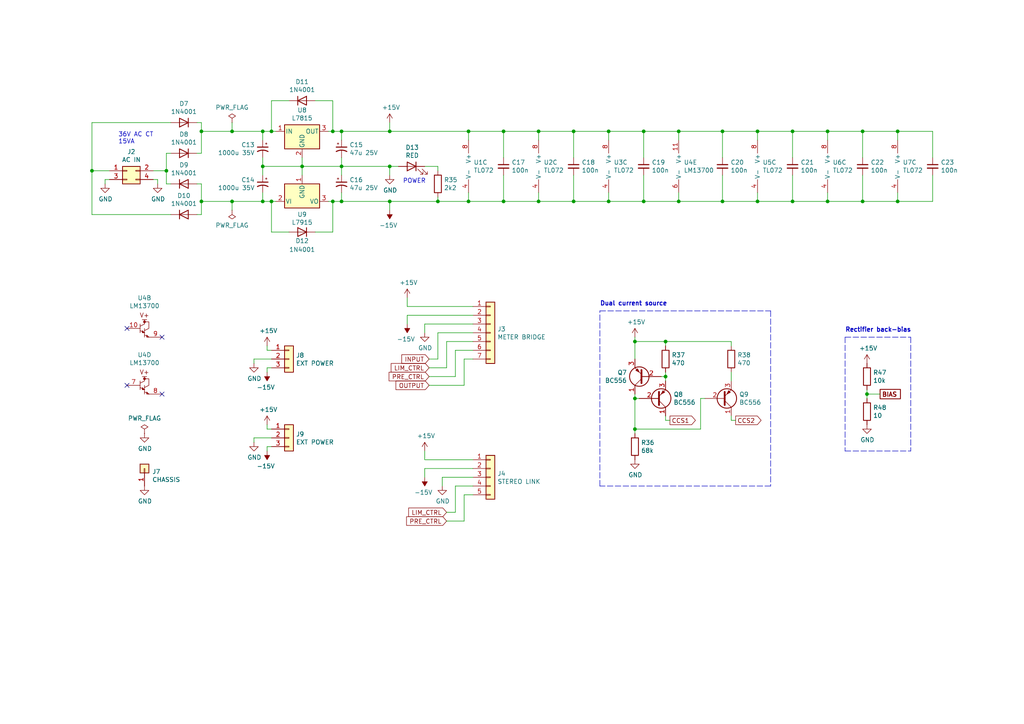
<source format=kicad_sch>
(kicad_sch (version 20211123) (generator eeschema)
  (paper "A4")
  (title_block (title "D4 Damager") (date "2021-01-08") (rev "1") (company "Copyright © 2020 Tarot Systems"))
  (lib_symbols
    (symbol "Amplifier_Operational:LM13700" (pin_names (offset 0.127))
      (property "Reference" "U" (at 3.81 5.08 0))
      (property "Value" "LM13700" (at 5.08 -5.08 0))
      (symbol "LM13700_1_1"
        (polyline (pts (xy 3.81 -0.635) (xy 3.81 -2.54) (xy 5.08 -2.54)))
        (polyline (pts (xy 5.08 0) (xy -5.08 -5.08) (xy -5.08 5.08) (xy 5.08 0)) (stroke (width 0.254)) (fill (type background)))
        (pin output line (at 7.62 0 180) (length 2.54) (name "~") (number "12"))
        (pin input line (at -7.62 2.54 0) (length 2.54) (name "-") (number "13"))
        (pin input line (at -7.62 -2.54 0) (length 2.54) (name "+") (number "14"))
        (pin input line (at -7.62 0 0) (length 2.54) (name "DIODE_BIAS") (number "15"))
        (pin input line (at 7.62 -2.54 180) (length 2.54) (name "~") (number "16"))
      )
      (symbol "LM13700_2_0"
        (polyline (pts (xy -1.905 2.54) (xy -3.175 2.54)))
      )
      (symbol "LM13700_2_1"
        (circle (center -2.54 1.905) (radius 0.254) (stroke (width 0.254)) (fill (type outline)))
        (polyline (pts (xy -3.81 -0.635) (xy -2.54 -1.27)))
        (polyline (pts (xy -3.81 1.27) (xy -3.81 -1.27)))
        (polyline (pts (xy -2.54 -1.905) (xy -1.27 -2.54)))
        (polyline (pts (xy -2.54 0) (xy -2.54 -2.54)))
        (polyline (pts (xy -3.81 0.635) (xy -2.54 1.27) (xy -2.54 1.905) (xy -2.54 2.54)))
        (polyline (pts (xy -2.54 -1.27) (xy -3.175 -0.635) (xy -3.175 -1.27) (xy -2.54 -1.27)) (fill (type outline)))
        (polyline (pts (xy -2.54 -0.635) (xy -1.27 0) (xy -1.27 1.905) (xy -2.54 1.905)))
        (polyline (pts (xy -1.27 -2.54) (xy -1.905 -1.905) (xy -1.905 -2.54) (xy -1.27 -2.54)) (fill (type outline)))
        (text "V+" (at -2.54 3.81 0) (effects (font (size 1.27 1.27))))
        (pin input line (at -7.62 0 0) (length 3.81) (name "~") (number "10"))
        (pin output line (at 2.54 -2.54 180) (length 3.81) (name "~") (number "9"))
      )
      (symbol "LM13700_3_1"
        (polyline (pts (xy 3.81 -0.635) (xy 3.81 -2.54) (xy 5.08 -2.54)))
        (polyline (pts (xy 5.08 0) (xy -5.08 -5.08) (xy -5.08 5.08) (xy 5.08 0)) (stroke (width 0.254)) (fill (type background)))
        (pin input line (at 7.62 -2.54 180) (length 2.54) (name "~") (number "1"))
        (pin input line (at -7.62 0 0) (length 2.54) (name "DIODE_BIAS") (number "2"))
        (pin input line (at -7.62 -2.54 0) (length 2.54) (name "+") (number "3"))
        (pin input line (at -7.62 2.54 0) (length 2.54) (name "-") (number "4"))
        (pin output line (at 7.62 0 180) (length 2.54) (name "~") (number "5"))
      )
      (symbol "LM13700_4_0"
        (polyline (pts (xy -3.175 2.54) (xy -1.905 2.54)))
        (text "V+" (at -2.54 3.81 0) (effects (font (size 1.27 1.27))))
      )
      (symbol "LM13700_4_1"
        (circle (center -2.54 1.905) (radius 0.254) (stroke (width 0.254)) (fill (type outline)))
        (polyline (pts (xy -3.81 -0.635) (xy -2.54 -1.27)))
        (polyline (pts (xy -3.81 1.27) (xy -3.81 -1.27)))
        (polyline (pts (xy -2.54 -1.905) (xy -1.27 -2.54)))
        (polyline (pts (xy -2.54 0) (xy -2.54 -2.54)))
        (polyline (pts (xy -3.81 0.635) (xy -2.54 1.27) (xy -2.54 2.54)))
        (polyline (pts (xy -2.54 -1.27) (xy -3.175 -0.635) (xy -3.175 -1.27) (xy -2.54 -1.27)) (fill (type outline)))
        (polyline (pts (xy -2.54 -0.635) (xy -1.27 0) (xy -1.27 1.905) (xy -2.54 1.905)))
        (polyline (pts (xy -1.27 -2.54) (xy -1.905 -1.905) (xy -1.905 -2.54) (xy -1.27 -2.54)) (fill (type outline)))
        (pin input line (at -7.62 0 0) (length 3.81) (name "~") (number "7"))
        (pin output line (at 2.54 -2.54 180) (length 3.81) (name "~") (number "8"))
      )
      (symbol "LM13700_5_1"
        (pin power_in line (at -2.54 7.62 270) (length 3.81) (name "V+") (number "11"))
        (pin power_in line (at -2.54 -7.62 90) (length 3.81) (name "V-") (number "6"))
      )
    )
    (symbol "Amplifier_Operational:TL072" (pin_names (offset 0.127))
      (property "Reference" "U" (at 0 5.08 0))
      (property "Value" "TL072" (at 0 -5.08 0))
      (symbol "TL072_1_1"
        (polyline (pts (xy -5.08 5.08) (xy 5.08 0) (xy -5.08 -5.08) (xy -5.08 5.08)) (stroke (width 0.254)) (fill (type background)))
        (pin output line (at 7.62 0 180) (length 2.54) (name "~") (number "1"))
        (pin input line (at -7.62 -2.54 0) (length 2.54) (name "-") (number "2"))
        (pin input line (at -7.62 2.54 0) (length 2.54) (name "+") (number "3"))
      )
      (symbol "TL072_2_1"
        (polyline (pts (xy -5.08 5.08) (xy 5.08 0) (xy -5.08 -5.08) (xy -5.08 5.08)) (stroke (width 0.254)) (fill (type background)))
        (pin input line (at -7.62 2.54 0) (length 2.54) (name "+") (number "5"))
        (pin input line (at -7.62 -2.54 0) (length 2.54) (name "-") (number "6"))
        (pin output line (at 7.62 0 180) (length 2.54) (name "~") (number "7"))
      )
      (symbol "TL072_3_1"
        (pin power_in line (at -2.54 -7.62 90) (length 3.81) (name "V-") (number "4"))
        (pin power_in line (at -2.54 7.62 270) (length 3.81) (name "V+") (number "8"))
      )
    )
    (symbol "Connector_Generic:Conn_01x01" (pin_names (offset 1.016) hide)
      (property "Reference" "J" (at 0 2.54 0))
      (property "Value" "Conn_01x01" (at 0 -2.54 0))
      (symbol "Conn_01x01_1_1"
        (rectangle (start -1.27 0.127) (end 0 -0.127) (stroke (width 0.1524)))
        (rectangle (start -1.27 1.27) (end 1.27 -1.27) (stroke (width 0.254)) (fill (type background)))
        (pin passive line (at -5.08 0 0) (length 3.81) (name "Pin_1") (number "1"))
      )
    )
    (symbol "Connector_Generic:Conn_01x03" (pin_names (offset 1.016) hide)
      (property "Reference" "J" (at 0 5.08 0))
      (property "Value" "Conn_01x03" (at 0 -5.08 0))
      (symbol "Conn_01x03_1_1"
        (rectangle (start -1.27 -2.413) (end 0 -2.667) (stroke (width 0.1524)))
        (rectangle (start -1.27 0.127) (end 0 -0.127) (stroke (width 0.1524)))
        (rectangle (start -1.27 2.667) (end 0 2.413) (stroke (width 0.1524)))
        (rectangle (start -1.27 3.81) (end 1.27 -3.81) (stroke (width 0.254)) (fill (type background)))
        (pin passive line (at -5.08 2.54 0) (length 3.81) (name "Pin_1") (number "1"))
        (pin passive line (at -5.08 0 0) (length 3.81) (name "Pin_2") (number "2"))
        (pin passive line (at -5.08 -2.54 0) (length 3.81) (name "Pin_3") (number "3"))
      )
    )
    (symbol "Connector_Generic:Conn_01x05" (pin_names (offset 1.016) hide)
      (property "Reference" "J" (at 0 7.62 0))
      (property "Value" "Conn_01x05" (at 0 -7.62 0))
      (symbol "Conn_01x05_1_1"
        (rectangle (start -1.27 -4.953) (end 0 -5.207) (stroke (width 0.1524)))
        (rectangle (start -1.27 -2.413) (end 0 -2.667) (stroke (width 0.1524)))
        (rectangle (start -1.27 0.127) (end 0 -0.127) (stroke (width 0.1524)))
        (rectangle (start -1.27 2.667) (end 0 2.413) (stroke (width 0.1524)))
        (rectangle (start -1.27 5.207) (end 0 4.953) (stroke (width 0.1524)))
        (rectangle (start -1.27 6.35) (end 1.27 -6.35) (stroke (width 0.254)) (fill (type background)))
        (pin passive line (at -5.08 5.08 0) (length 3.81) (name "Pin_1") (number "1"))
        (pin passive line (at -5.08 2.54 0) (length 3.81) (name "Pin_2") (number "2"))
        (pin passive line (at -5.08 0 0) (length 3.81) (name "Pin_3") (number "3"))
        (pin passive line (at -5.08 -2.54 0) (length 3.81) (name "Pin_4") (number "4"))
        (pin passive line (at -5.08 -5.08 0) (length 3.81) (name "Pin_5") (number "5"))
      )
    )
    (symbol "Connector_Generic:Conn_01x07" (pin_names (offset 1.016) hide)
      (property "Reference" "J" (at 0 10.16 0))
      (property "Value" "Conn_01x07" (at 0 -10.16 0))
      (symbol "Conn_01x07_1_1"
        (rectangle (start -1.27 -7.493) (end 0 -7.747) (stroke (width 0.1524)))
        (rectangle (start -1.27 -4.953) (end 0 -5.207) (stroke (width 0.1524)))
        (rectangle (start -1.27 -2.413) (end 0 -2.667) (stroke (width 0.1524)))
        (rectangle (start -1.27 0.127) (end 0 -0.127) (stroke (width 0.1524)))
        (rectangle (start -1.27 2.667) (end 0 2.413) (stroke (width 0.1524)))
        (rectangle (start -1.27 5.207) (end 0 4.953) (stroke (width 0.1524)))
        (rectangle (start -1.27 7.747) (end 0 7.493) (stroke (width 0.1524)))
        (rectangle (start -1.27 8.89) (end 1.27 -8.89) (stroke (width 0.254)) (fill (type background)))
        (pin passive line (at -5.08 7.62 0) (length 3.81) (name "Pin_1") (number "1"))
        (pin passive line (at -5.08 5.08 0) (length 3.81) (name "Pin_2") (number "2"))
        (pin passive line (at -5.08 2.54 0) (length 3.81) (name "Pin_3") (number "3"))
        (pin passive line (at -5.08 0 0) (length 3.81) (name "Pin_4") (number "4"))
        (pin passive line (at -5.08 -2.54 0) (length 3.81) (name "Pin_5") (number "5"))
        (pin passive line (at -5.08 -5.08 0) (length 3.81) (name "Pin_6") (number "6"))
        (pin passive line (at -5.08 -7.62 0) (length 3.81) (name "Pin_7") (number "7"))
      )
    )
    (symbol "Connector_Generic:Conn_02x02_Odd_Even" (pin_names (offset 1.016) hide)
      (property "Reference" "J" (at 1.27 2.54 0))
      (property "Value" "Conn_02x02_Odd_Even" (at 1.27 -5.08 0))
      (symbol "Conn_02x02_Odd_Even_1_1"
        (rectangle (start -1.27 -2.413) (end 0 -2.667) (stroke (width 0.1524)))
        (rectangle (start -1.27 0.127) (end 0 -0.127) (stroke (width 0.1524)))
        (rectangle (start -1.27 1.27) (end 3.81 -3.81) (stroke (width 0.254)) (fill (type background)))
        (rectangle (start 3.81 -2.413) (end 2.54 -2.667) (stroke (width 0.1524)))
        (rectangle (start 3.81 0.127) (end 2.54 -0.127) (stroke (width 0.1524)))
        (pin passive line (at -5.08 0 0) (length 3.81) (name "Pin_1") (number "1"))
        (pin passive line (at 7.62 0 180) (length 3.81) (name "Pin_2") (number "2"))
        (pin passive line (at -5.08 -2.54 0) (length 3.81) (name "Pin_3") (number "3"))
        (pin passive line (at 7.62 -2.54 180) (length 3.81) (name "Pin_4") (number "4"))
      )
    )
    (symbol "Device:C_Small" (pin_numbers hide) (pin_names (offset 0.254) hide)
      (property "Reference" "C" (at 0.254 1.778 0))
      (property "Value" "C_Small" (at 0.254 -2.032 0))
      (symbol "C_Small_0_1"
        (polyline (pts (xy -1.524 -0.508) (xy 1.524 -0.508)) (stroke (width 0.3302)))
        (polyline (pts (xy -1.524 0.508) (xy 1.524 0.508)) (stroke (width 0.3048)))
      )
      (symbol "C_Small_1_1"
        (pin passive line (at 0 2.54 270) (length 2.032) (name "~") (number "1"))
        (pin passive line (at 0 -2.54 90) (length 2.032) (name "~") (number "2"))
      )
    )
    (symbol "Device:LED" (pin_numbers hide) (pin_names (offset 1.016) hide)
      (property "Reference" "D" (at 0 2.54 0))
      (property "Value" "LED" (at 0 -2.54 0))
      (symbol "LED_0_1"
        (polyline (pts (xy -1.27 -1.27) (xy -1.27 1.27)) (stroke (width 0.254)))
        (polyline (pts (xy -1.27 0) (xy 1.27 0)))
        (polyline (pts (xy 1.27 -1.27) (xy 1.27 1.27) (xy -1.27 0) (xy 1.27 -1.27)) (stroke (width 0.254)))
        (polyline (pts (xy -3.048 -0.762) (xy -4.572 -2.286) (xy -3.81 -2.286) (xy -4.572 -2.286) (xy -4.572 -1.524)))
        (polyline (pts (xy -1.778 -0.762) (xy -3.302 -2.286) (xy -2.54 -2.286) (xy -3.302 -2.286) (xy -3.302 -1.524)))
      )
      (symbol "LED_1_1"
        (pin passive line (at -3.81 0 0) (length 2.54) (name "K") (number "1"))
        (pin passive line (at 3.81 0 180) (length 2.54) (name "A") (number "2"))
      )
    )
    (symbol "Device:R" (pin_numbers hide) (pin_names (offset 0))
      (property "Reference" "R" (at 2.032 0 90))
      (property "Value" "R" (at 0 0 90))
      (symbol "R_0_1"
        (rectangle (start -1.016 -2.54) (end 1.016 2.54) (stroke (width 0.254)))
      )
      (symbol "R_1_1"
        (pin passive line (at 0 3.81 270) (length 1.27) (name "~") (number "1"))
        (pin passive line (at 0 -3.81 90) (length 1.27) (name "~") (number "2"))
      )
    )
    (symbol "Diode:1N4001" (pin_numbers hide) (pin_names (offset 1.016) hide)
      (property "Reference" "D" (at 0 2.54 0))
      (property "Value" "1N4001" (at 0 -2.54 0))
      (symbol "1N4001_0_1"
        (polyline (pts (xy -1.27 1.27) (xy -1.27 -1.27)) (stroke (width 0.254)))
        (polyline (pts (xy 1.27 0) (xy -1.27 0)))
        (polyline (pts (xy 1.27 1.27) (xy 1.27 -1.27) (xy -1.27 0) (xy 1.27 1.27)) (stroke (width 0.254)))
      )
      (symbol "1N4001_1_1"
        (pin passive line (at -3.81 0 0) (length 2.54) (name "K") (number "1"))
        (pin passive line (at 3.81 0 180) (length 2.54) (name "A") (number "2"))
      )
    )
    (symbol "Regulator_Linear:L7815" (pin_names (offset 0.254))
      (property "Reference" "U" (at -3.81 3.175 0))
      (property "Value" "L7815" (at 0 3.175 0))
      (symbol "L7815_0_1"
        (rectangle (start -5.08 1.905) (end 5.08 -5.08) (stroke (width 0.254)) (fill (type background)))
      )
      (symbol "L7815_1_1"
        (pin power_in line (at -7.62 0 0) (length 2.54) (name "IN") (number "1"))
        (pin power_in line (at 0 -7.62 90) (length 2.54) (name "GND") (number "2"))
        (pin power_out line (at 7.62 0 180) (length 2.54) (name "OUT") (number "3"))
      )
    )
    (symbol "Regulator_Linear:L7915" (pin_names (offset 0.254))
      (property "Reference" "U" (at -3.81 -3.175 0))
      (property "Value" "L7915" (at 0 -3.175 0))
      (symbol "L7915_0_1"
        (rectangle (start -5.08 5.08) (end 5.08 -1.905) (stroke (width 0.254)) (fill (type background)))
      )
      (symbol "L7915_1_1"
        (pin power_in line (at 0 7.62 270) (length 2.54) (name "GND") (number "1"))
        (pin power_in line (at -7.62 0 0) (length 2.54) (name "VI") (number "2"))
        (pin power_out line (at 7.62 0 180) (length 2.54) (name "VO") (number "3"))
      )
    )
    (symbol "Transistor_BJT:BC556" (pin_names (offset 0) hide)
      (property "Reference" "Q" (at 5.08 1.905 0))
      (property "Value" "BC556" (at 5.08 0 0))
      (symbol "BC556_0_1"
        (polyline (pts (xy 0.635 0.635) (xy 2.54 2.54)))
        (polyline (pts (xy 0.635 -0.635) (xy 2.54 -2.54) (xy 2.54 -2.54)))
        (polyline (pts (xy 0.635 1.905) (xy 0.635 -1.905) (xy 0.635 -1.905)) (stroke (width 0.508)))
        (polyline (pts (xy 2.286 -1.778) (xy 1.778 -2.286) (xy 1.27 -1.27) (xy 2.286 -1.778) (xy 2.286 -1.778)) (fill (type outline)))
        (circle (center 1.27 0) (radius 2.8194) (stroke (width 0.254)))
      )
      (symbol "BC556_1_1"
        (pin passive line (at 2.54 5.08 270) (length 2.54) (name "C") (number "1"))
        (pin input line (at -5.08 0 0) (length 5.715) (name "B") (number "2"))
        (pin passive line (at 2.54 -5.08 90) (length 2.54) (name "E") (number "3"))
      )
    )
    (symbol "amproc-rescue:CP1_Small-Device" (pin_numbers hide) (pin_names (offset 0.254) hide)
      (property "Reference" "C" (at 0.254 1.778 0))
      (property "Value" "CP1_Small-Device" (at 0.254 -2.032 0))
      (symbol "CP1_Small-Device_0_1"
        (polyline (pts (xy -1.524 0.508) (xy 1.524 0.508)) (stroke (width 0.3048)))
        (polyline (pts (xy -1.27 1.524) (xy -0.762 1.524)))
        (polyline (pts (xy -1.016 1.27) (xy -1.016 1.778)))
        (arc (start 1.524 -0.762) (mid 0 -0.3734) (end -1.524 -0.762) (stroke (width 0.3048)))
      )
      (symbol "CP1_Small-Device_1_1"
        (pin passive line (at 0 2.54 270) (length 2.032) (name "~") (number "1"))
        (pin passive line (at 0 -2.54 90) (length 2.032) (name "~") (number "2"))
      )
    )
    (symbol "power:+15V" (power) (pin_names (offset 0))
      (property "Value" "+15V" (at 0 3.556 0))
      (symbol "+15V_0_1"
        (polyline (pts (xy -0.762 1.27) (xy 0 2.54)))
        (polyline (pts (xy 0 0) (xy 0 2.54)))
        (polyline (pts (xy 0 2.54) (xy 0.762 1.27)))
      )
      (symbol "+15V_1_1"
        (pin power_in line (at 0 0 90) (length 0) hide (name "+15V") (number "1"))
      )
    )
    (symbol "power:-15V" (power) (pin_names (offset 0))
      (property "Value" "-15V" (at 0 3.81 0))
      (symbol "-15V_0_0"
        (pin power_in line (at 0 0 90) (length 0) hide (name "-15V") (number "1"))
      )
      (symbol "-15V_0_1"
        (polyline (pts (xy 0 0) (xy 0 1.27) (xy 0.762 1.27) (xy 0 2.54) (xy -0.762 1.27) (xy 0 1.27)) (fill (type outline)))
      )
    )
    (symbol "power:GND" (power) (pin_names (offset 0))
      (property "Value" "GND" (at 0 -3.81 0))
      (symbol "GND_0_1"
        (polyline (pts (xy 0 0) (xy 0 -1.27) (xy 1.27 -1.27) (xy 0 -2.54) (xy -1.27 -1.27) (xy 0 -1.27)))
      )
      (symbol "GND_1_1"
        (pin power_in line (at 0 0 270) (length 0) hide (name "GND") (number "1"))
      )
    )
    (symbol "power:PWR_FLAG" (power) (pin_numbers hide) (pin_names (offset 0) hide)
      (property "Value" "PWR_FLAG" (at 0 3.81 0))
      (symbol "PWR_FLAG_0_0"
        (pin power_out line (at 0 0 90) (length 0) (name "pwr") (number "1"))
      )
      (symbol "PWR_FLAG_0_1"
        (polyline (pts (xy 0 0) (xy 0 1.27) (xy -1.016 1.905) (xy 0 2.54) (xy 1.016 1.905) (xy 0 1.27)))
      )
    )
  )
  (junction (at 166.37 38.1))
  (junction (at 96.52 38.1))
  (junction (at 58.42 38.1))
  (junction (at 250.19 58.42))
  (junction (at 184.15 99.06))
  (junction (at 113.03 38.1))
  (junction (at 48.26 49.53))
  (junction (at 240.03 38.1))
  (junction (at 193.04 109.22))
  (junction (at 67.31 58.42))
  (junction (at 229.87 58.42))
  (junction (at 250.19 38.1))
  (junction (at 260.35 38.1))
  (junction (at 87.63 48.26))
  (junction (at 113.03 58.42))
  (junction (at 99.06 38.1))
  (junction (at 76.2 58.42))
  (junction (at 156.21 38.1))
  (junction (at 78.74 58.42))
  (junction (at 176.53 38.1))
  (junction (at 166.37 58.42))
  (junction (at 176.53 58.42))
  (junction (at 186.69 58.42))
  (junction (at 67.31 38.1))
  (junction (at 99.06 58.42))
  (junction (at 58.42 58.42))
  (junction (at 76.2 38.1))
  (junction (at 127 58.42))
  (junction (at 196.85 58.42))
  (junction (at 146.05 58.42))
  (junction (at 184.15 115.57))
  (junction (at 135.89 38.1))
  (junction (at 76.2 48.26))
  (junction (at 209.55 58.42))
  (junction (at 219.71 38.1))
  (junction (at 219.71 58.42))
  (junction (at 156.21 58.42))
  (junction (at 78.74 38.1))
  (junction (at 135.89 58.42))
  (junction (at 229.87 38.1))
  (junction (at 260.35 58.42))
  (junction (at 184.15 124.46))
  (junction (at 99.06 48.26))
  (junction (at 26.67 49.53))
  (junction (at 251.46 114.3))
  (junction (at 186.69 38.1))
  (junction (at 96.52 58.42))
  (junction (at 196.85 38.1))
  (junction (at 240.03 58.42))
  (junction (at 209.55 38.1))
  (junction (at 193.04 99.06))
  (junction (at 113.03 48.26))
  (junction (at 146.05 38.1))
  (no_connect (at 46.99 97.79))
  (no_connect (at 46.99 114.3))
  (no_connect (at 36.83 95.25))
  (no_connect (at 36.83 111.76))
  (wire (pts (xy 146.05 58.42) (xy 156.21 58.42)))
  (wire (pts (xy 196.85 38.1) (xy 196.85 40.64)))
  (wire (pts (xy 184.15 115.57) (xy 184.15 114.3)))
  (wire (pts (xy 250.19 58.42) (xy 240.03 58.42)))
  (wire (pts (xy 137.16 104.14) (xy 134.62 104.14)))
  (wire (pts (xy 166.37 50.8) (xy 166.37 58.42)))
  (wire (pts (xy 113.03 38.1) (xy 99.06 38.1)))
  (wire (pts (xy 76.2 38.1) (xy 67.31 38.1)))
  (wire (pts (xy 212.09 110.49) (xy 212.09 107.95)))
  (wire (pts (xy 26.67 62.23) (xy 26.67 49.53)))
  (wire (pts (xy 229.87 50.8) (xy 229.87 58.42)))
  (wire (pts (xy 127 96.52) (xy 137.16 96.52)))
  (wire (pts (xy 78.74 67.31) (xy 78.74 58.42)))
  (wire (pts (xy 78.74 58.42) (xy 76.2 58.42)))
  (wire (pts (xy 270.51 38.1) (xy 270.51 45.72)))
  (polyline (pts (xy 264.16 97.79) (xy 264.16 130.81)))
  (wire (pts (xy 78.74 38.1) (xy 76.2 38.1)))
  (wire (pts (xy 44.45 52.07) (xy 45.72 52.07)))
  (wire (pts (xy 146.05 38.1) (xy 156.21 38.1)))
  (wire (pts (xy 91.44 67.31) (xy 96.52 67.31)))
  (wire (pts (xy 96.52 58.42) (xy 99.06 58.42)))
  (wire (pts (xy 204.47 115.57) (xy 203.2 115.57)))
  (wire (pts (xy 191.77 109.22) (xy 193.04 109.22)))
  (wire (pts (xy 176.53 58.42) (xy 176.53 55.88)))
  (wire (pts (xy 255.27 114.3) (xy 251.46 114.3)))
  (wire (pts (xy 124.46 104.14) (xy 127 104.14)))
  (wire (pts (xy 193.04 99.06) (xy 212.09 99.06)))
  (wire (pts (xy 270.51 58.42) (xy 260.35 58.42)))
  (polyline (pts (xy 245.11 97.79) (xy 264.16 97.79)))
  (wire (pts (xy 250.19 38.1) (xy 250.19 45.72)))
  (wire (pts (xy 26.67 62.23) (xy 49.53 62.23)))
  (wire (pts (xy 76.2 58.42) (xy 67.31 58.42)))
  (wire (pts (xy 76.2 48.26) (xy 87.63 48.26)))
  (wire (pts (xy 186.69 58.42) (xy 176.53 58.42)))
  (polyline (pts (xy 223.52 140.97) (xy 173.99 140.97)))
  (wire (pts (xy 96.52 67.31) (xy 96.52 58.42)))
  (wire (pts (xy 260.35 38.1) (xy 270.51 38.1)))
  (wire (pts (xy 76.2 45.72) (xy 76.2 48.26)))
  (wire (pts (xy 77.47 100.33) (xy 77.47 101.6)))
  (wire (pts (xy 67.31 58.42) (xy 58.42 58.42)))
  (wire (pts (xy 76.2 38.1) (xy 76.2 40.64)))
  (wire (pts (xy 48.26 44.45) (xy 49.53 44.45)))
  (wire (pts (xy 251.46 114.3) (xy 251.46 113.03)))
  (polyline (pts (xy 245.11 97.79) (xy 245.11 130.81)))
  (wire (pts (xy 132.08 101.6) (xy 132.08 109.22)))
  (wire (pts (xy 137.16 140.97) (xy 132.08 140.97)))
  (wire (pts (xy 95.25 38.1) (xy 96.52 38.1)))
  (wire (pts (xy 213.36 121.92) (xy 212.09 121.92)))
  (wire (pts (xy 99.06 58.42) (xy 113.03 58.42)))
  (wire (pts (xy 260.35 58.42) (xy 250.19 58.42)))
  (wire (pts (xy 115.57 48.26) (xy 113.03 48.26)))
  (wire (pts (xy 77.47 106.68) (xy 77.47 107.95)))
  (wire (pts (xy 137.16 133.35) (xy 123.19 133.35)))
  (wire (pts (xy 99.06 48.26) (xy 87.63 48.26)))
  (wire (pts (xy 58.42 35.56) (xy 58.42 38.1)))
  (wire (pts (xy 156.21 40.64) (xy 156.21 38.1)))
  (wire (pts (xy 240.03 40.64) (xy 240.03 38.1)))
  (wire (pts (xy 240.03 58.42) (xy 240.03 55.88)))
  (wire (pts (xy 196.85 38.1) (xy 209.55 38.1)))
  (wire (pts (xy 73.66 127) (xy 73.66 128.27)))
  (wire (pts (xy 67.31 35.56) (xy 67.31 38.1)))
  (wire (pts (xy 219.71 38.1) (xy 229.87 38.1)))
  (wire (pts (xy 184.15 115.57) (xy 184.15 124.46)))
  (wire (pts (xy 67.31 60.96) (xy 67.31 58.42)))
  (wire (pts (xy 186.69 50.8) (xy 186.69 58.42)))
  (wire (pts (xy 203.2 115.57) (xy 203.2 124.46)))
  (wire (pts (xy 250.19 38.1) (xy 260.35 38.1)))
  (wire (pts (xy 129.54 99.06) (xy 129.54 106.68)))
  (wire (pts (xy 113.03 38.1) (xy 135.89 38.1)))
  (wire (pts (xy 78.74 29.21) (xy 78.74 38.1)))
  (wire (pts (xy 193.04 109.22) (xy 193.04 110.49)))
  (wire (pts (xy 127 58.42) (xy 135.89 58.42)))
  (wire (pts (xy 96.52 29.21) (xy 96.52 38.1)))
  (wire (pts (xy 209.55 50.8) (xy 209.55 58.42)))
  (wire (pts (xy 132.08 140.97) (xy 132.08 148.59)))
  (wire (pts (xy 193.04 121.92) (xy 193.04 120.65)))
  (wire (pts (xy 99.06 38.1) (xy 99.06 40.64)))
  (wire (pts (xy 58.42 62.23) (xy 57.15 62.23)))
  (wire (pts (xy 91.44 29.21) (xy 96.52 29.21)))
  (wire (pts (xy 176.53 58.42) (xy 166.37 58.42)))
  (wire (pts (xy 124.46 106.68) (xy 129.54 106.68)))
  (wire (pts (xy 176.53 38.1) (xy 186.69 38.1)))
  (wire (pts (xy 77.47 124.46) (xy 78.74 124.46)))
  (wire (pts (xy 240.03 38.1) (xy 229.87 38.1)))
  (wire (pts (xy 118.11 88.9) (xy 137.16 88.9)))
  (wire (pts (xy 96.52 38.1) (xy 99.06 38.1)))
  (wire (pts (xy 77.47 123.19) (xy 77.47 124.46)))
  (wire (pts (xy 193.04 100.33) (xy 193.04 99.06)))
  (wire (pts (xy 78.74 104.14) (xy 73.66 104.14)))
  (wire (pts (xy 99.06 58.42) (xy 99.06 55.88)))
  (wire (pts (xy 58.42 53.34) (xy 58.42 58.42)))
  (wire (pts (xy 44.45 49.53) (xy 48.26 49.53)))
  (wire (pts (xy 129.54 99.06) (xy 137.16 99.06)))
  (wire (pts (xy 58.42 38.1) (xy 58.42 44.45)))
  (wire (pts (xy 240.03 38.1) (xy 250.19 38.1)))
  (wire (pts (xy 87.63 48.26) (xy 87.63 50.8)))
  (polyline (pts (xy 223.52 90.17) (xy 223.52 140.97)))
  (wire (pts (xy 123.19 93.98) (xy 137.16 93.98)))
  (wire (pts (xy 212.09 121.92) (xy 212.09 120.65)))
  (wire (pts (xy 127 57.15) (xy 127 58.42)))
  (wire (pts (xy 26.67 49.53) (xy 26.67 35.56)))
  (wire (pts (xy 250.19 50.8) (xy 250.19 58.42)))
  (wire (pts (xy 99.06 45.72) (xy 99.06 48.26)))
  (wire (pts (xy 134.62 143.51) (xy 134.62 151.13)))
  (wire (pts (xy 124.46 109.22) (xy 132.08 109.22)))
  (wire (pts (xy 31.75 49.53) (xy 26.67 49.53)))
  (wire (pts (xy 123.19 133.35) (xy 123.19 130.81)))
  (wire (pts (xy 128.27 138.43) (xy 137.16 138.43)))
  (wire (pts (xy 219.71 40.64) (xy 219.71 38.1)))
  (wire (pts (xy 135.89 58.42) (xy 135.89 55.88)))
  (wire (pts (xy 78.74 106.68) (xy 77.47 106.68)))
  (wire (pts (xy 113.03 58.42) (xy 127 58.42)))
  (wire (pts (xy 137.16 143.51) (xy 134.62 143.51)))
  (wire (pts (xy 45.72 52.07) (xy 45.72 53.34)))
  (wire (pts (xy 186.69 58.42) (xy 196.85 58.42)))
  (wire (pts (xy 99.06 48.26) (xy 113.03 48.26)))
  (wire (pts (xy 78.74 38.1) (xy 80.01 38.1)))
  (wire (pts (xy 134.62 104.14) (xy 134.62 111.76)))
  (wire (pts (xy 132.08 101.6) (xy 137.16 101.6)))
  (wire (pts (xy 26.67 35.56) (xy 49.53 35.56)))
  (wire (pts (xy 78.74 58.42) (xy 80.01 58.42)))
  (wire (pts (xy 58.42 58.42) (xy 58.42 62.23)))
  (wire (pts (xy 184.15 124.46) (xy 184.15 125.73)))
  (wire (pts (xy 77.47 129.54) (xy 77.47 130.81)))
  (wire (pts (xy 83.82 67.31) (xy 78.74 67.31)))
  (wire (pts (xy 30.48 52.07) (xy 31.75 52.07)))
  (wire (pts (xy 196.85 58.42) (xy 196.85 55.88)))
  (wire (pts (xy 186.69 38.1) (xy 186.69 45.72)))
  (wire (pts (xy 219.71 38.1) (xy 209.55 38.1)))
  (wire (pts (xy 212.09 99.06) (xy 212.09 100.33)))
  (wire (pts (xy 113.03 48.26) (xy 113.03 50.8)))
  (wire (pts (xy 48.26 53.34) (xy 48.26 49.53)))
  (wire (pts (xy 48.26 49.53) (xy 48.26 44.45)))
  (wire (pts (xy 196.85 58.42) (xy 209.55 58.42)))
  (wire (pts (xy 118.11 93.98) (xy 118.11 91.44)))
  (polyline (pts (xy 173.99 90.17) (xy 223.52 90.17)))
  (wire (pts (xy 113.03 60.96) (xy 113.03 58.42)))
  (wire (pts (xy 67.31 38.1) (xy 58.42 38.1)))
  (wire (pts (xy 49.53 53.34) (xy 48.26 53.34)))
  (wire (pts (xy 270.51 50.8) (xy 270.51 58.42)))
  (wire (pts (xy 203.2 124.46) (xy 184.15 124.46)))
  (wire (pts (xy 135.89 40.64) (xy 135.89 38.1)))
  (wire (pts (xy 184.15 99.06) (xy 184.15 104.14)))
  (wire (pts (xy 196.85 38.1) (xy 186.69 38.1)))
  (wire (pts (xy 260.35 58.42) (xy 260.35 55.88)))
  (wire (pts (xy 184.15 99.06) (xy 193.04 99.06)))
  (wire (pts (xy 209.55 38.1) (xy 209.55 45.72)))
  (wire (pts (xy 194.31 121.92) (xy 193.04 121.92)))
  (wire (pts (xy 135.89 38.1) (xy 146.05 38.1)))
  (wire (pts (xy 240.03 58.42) (xy 229.87 58.42)))
  (wire (pts (xy 127 96.52) (xy 127 104.14)))
  (wire (pts (xy 123.19 48.26) (xy 127 48.26)))
  (wire (pts (xy 118.11 91.44) (xy 137.16 91.44)))
  (wire (pts (xy 78.74 127) (xy 73.66 127)))
  (wire (pts (xy 166.37 38.1) (xy 166.37 45.72)))
  (polyline (pts (xy 173.99 140.97) (xy 173.99 90.17)))
  (wire (pts (xy 113.03 35.56) (xy 113.03 38.1)))
  (wire (pts (xy 166.37 38.1) (xy 176.53 38.1)))
  (wire (pts (xy 87.63 48.26) (xy 87.63 45.72)))
  (wire (pts (xy 57.15 53.34) (xy 58.42 53.34)))
  (wire (pts (xy 123.19 138.43) (xy 123.19 135.89)))
  (wire (pts (xy 124.46 111.76) (xy 134.62 111.76)))
  (wire (pts (xy 156.21 38.1) (xy 166.37 38.1)))
  (wire (pts (xy 146.05 50.8) (xy 146.05 58.42)))
  (wire (pts (xy 135.89 58.42) (xy 146.05 58.42)))
  (wire (pts (xy 128.27 140.97) (xy 128.27 138.43)))
  (wire (pts (xy 184.15 97.79) (xy 184.15 99.06)))
  (wire (pts (xy 146.05 38.1) (xy 146.05 45.72)))
  (wire (pts (xy 219.71 58.42) (xy 209.55 58.42)))
  (wire (pts (xy 123.19 135.89) (xy 137.16 135.89)))
  (wire (pts (xy 229.87 38.1) (xy 229.87 45.72)))
  (wire (pts (xy 118.11 86.36) (xy 118.11 88.9)))
  (wire (pts (xy 78.74 129.54) (xy 77.47 129.54)))
  (wire (pts (xy 176.53 40.64) (xy 176.53 38.1)))
  (wire (pts (xy 132.08 148.59) (xy 129.54 148.59)))
  (wire (pts (xy 73.66 104.14) (xy 73.66 105.41)))
  (wire (pts (xy 76.2 58.42) (xy 76.2 55.88)))
  (wire (pts (xy 30.48 53.34) (xy 30.48 52.07)))
  (wire (pts (xy 156.21 58.42) (xy 156.21 55.88)))
  (wire (pts (xy 251.46 114.3) (xy 251.46 115.57)))
  (wire (pts (xy 77.47 101.6) (xy 78.74 101.6)))
  (wire (pts (xy 185.42 115.57) (xy 184.15 115.57)))
  (wire (pts (xy 260.35 40.64) (xy 260.35 38.1)))
  (wire (pts (xy 127 48.26) (xy 127 49.53)))
  (wire (pts (xy 219.71 58.42) (xy 219.71 55.88)))
  (wire (pts (xy 229.87 58.42) (xy 219.71 58.42)))
  (wire (pts (xy 95.25 58.42) (xy 96.52 58.42)))
  (wire (pts (xy 129.54 151.13) (xy 134.62 151.13)))
  (wire (pts (xy 57.15 44.45) (xy 58.42 44.45)))
  (wire (pts (xy 193.04 107.95) (xy 193.04 109.22)))
  (wire (pts (xy 76.2 48.26) (xy 76.2 50.8)))
  (wire (pts (xy 58.42 35.56) (xy 57.15 35.56)))
  (wire (pts (xy 166.37 58.42) (xy 156.21 58.42)))
  (wire (pts (xy 99.06 48.26) (xy 99.06 50.8)))
  (wire (pts (xy 123.19 93.98) (xy 123.19 96.52)))
  (wire (pts (xy 83.82 29.21) (xy 78.74 29.21)))
  (polyline (pts (xy 245.11 130.81) (xy 264.16 130.81)))
  (text "Dual current source" (at 173.99 88.9 0) (effects (font (size 1.27 1.27) (thickness 0.254) bold) (justify left bottom)))
  (text "Rectifier back-bias" (at 245.11 96.52 0) (effects (font (size 1.27 1.27) (thickness 0.254) bold) (justify left bottom)))
  (text "POWER" (at 116.84 53.34 0) (effects (font (size 1.27 1.27)) (justify left bottom)))
  (text "36V AC CT\n15VA" (at 34.29 41.91 0) (effects (font (size 1.27 1.27)) (justify left bottom)))
  (global_label "LIM_CTRL" (shape input) (at 129.54 148.59 180) (property "Intersheet References" "${INTERSHEET_REFS}" (effects hide)))
  (global_label "OUTPUT" (shape input) (at 124.46 111.76 180) (property "Intersheet References" "${INTERSHEET_REFS}" (effects hide)))
  (global_label "CCS1" (shape output) (at 194.31 121.92 0) (property "Intersheet References" "${INTERSHEET_REFS}" (effects hide)))
  (global_label "PRE_CTRL" (shape input) (at 124.46 109.22 180) (property "Intersheet References" "${INTERSHEET_REFS}" (effects hide)))
  (global_label "INPUT" (shape input) (at 124.46 104.14 180) (property "Intersheet References" "${INTERSHEET_REFS}" (effects hide)))
  (global_label "BIAS" (shape passive) (at 255.27 114.3 0) (effects (font (thickness 0.254) bold)) (property "Intersheet References" "${INTERSHEET_REFS}" (effects hide)))
  (global_label "CCS2" (shape output) (at 213.36 121.92 0) (property "Intersheet References" "${INTERSHEET_REFS}" (effects hide)))
  (global_label "LIM_CTRL" (shape input) (at 124.46 106.68 180) (property "Intersheet References" "${INTERSHEET_REFS}" (effects hide)))
  (global_label "PRE_CTRL" (shape input) (at 129.54 151.13 180) (property "Intersheet References" "${INTERSHEET_REFS}" (effects hide)))
  (symbol (lib_id "power:+15V") (at 251.46 105.41 0) (unit 1)
    (property "Reference" "#PWR05" (effects hide))
    (property "Value" "+15V" (at 251.841 101.0158 0))
  )
  (symbol (lib_id "Device:R") (at 251.46 109.22 0) (unit 1)
    (property "Reference" "R47" (at 253.238 108.0516 0) (effects (justify left)))
    (property "Value" "10k" (at 253.238 110.363 0) (effects (justify left)))
    (property "Footprint" "amproc:R_Axial_DIN0207_L6.3mm_D2.5mm_P7.62mm_Horizontal_FabText" (effects hide))
  )
  (symbol (lib_id "Device:R") (at 251.46 119.38 0) (unit 1)
    (property "Reference" "R48" (at 253.238 118.2116 0) (effects (justify left)))
    (property "Value" "10" (at 253.238 120.523 0) (effects (justify left)))
    (property "Footprint" "amproc:R_Axial_DIN0207_L6.3mm_D2.5mm_P7.62mm_Horizontal_FabText" (effects hide))
  )
  (symbol (lib_id "power:GND") (at 251.46 123.19 0) (unit 1)
    (property "Reference" "#PWR07" (effects hide))
    (property "Value" "GND" (at 251.587 127.5842 0))
  )
  (symbol (lib_id "Connector_Generic:Conn_02x02_Odd_Even") (at 36.83 49.53 0) (unit 1)
    (property "Reference" "J2" (at 38.1 44.0182 0))
    (property "Value" "AC IN" (at 38.1 46.3296 0))
    (property "Footprint" "amproc:39-28-1043" (effects hide))
  )
  (symbol (lib_id "power:GND") (at 45.72 53.34 0) (unit 1)
    (property "Reference" "#PWR0104" (effects hide))
    (property "Value" "GND" (at 45.847 57.7342 0))
  )
  (symbol (lib_id "power:GND") (at 30.48 53.34 0) (unit 1)
    (property "Reference" "#PWR0105" (effects hide))
    (property "Value" "GND" (at 30.607 57.7342 0))
  )
  (symbol (lib_id "Amplifier_Operational:LM13700") (at 44.45 95.25 0) (unit 2)
    (property "Reference" "U4" (at 41.91 86.4108 0))
    (property "Value" "LM13700" (at 41.91 88.7222 0))
    (property "Footprint" "Housings_DIP:DIP-16_W7.62mm_LongPads" (effects hide))
    (property "Datasheet" "http://www.ti.com/lit/ds/symlink/lm13700.pdf" (effects hide))
  )
  (symbol (lib_id "Amplifier_Operational:LM13700") (at 44.45 111.76 0) (unit 4)
    (property "Reference" "U4" (at 41.91 102.9208 0))
    (property "Value" "LM13700" (at 41.91 105.2322 0))
    (property "Footprint" "Housings_DIP:DIP-16_W7.62mm_LongPads" (effects hide))
    (property "Datasheet" "http://www.ti.com/lit/ds/symlink/lm13700.pdf" (effects hide))
  )
  (symbol (lib_id "power:PWR_FLAG") (at 67.31 60.96 180) (unit 1)
    (property "Reference" "#FLG0101" (effects hide))
    (property "Value" "PWR_FLAG" (at 67.31 65.3542 0))
  )
  (symbol (lib_id "power:PWR_FLAG") (at 67.31 35.56 0) (unit 1)
    (property "Reference" "#FLG0102" (effects hide))
    (property "Value" "PWR_FLAG" (at 67.31 31.1658 0))
  )
  (symbol (lib_id "power:PWR_FLAG") (at 41.91 125.73 0) (unit 1)
    (property "Reference" "#FLG0103" (effects hide))
    (property "Value" "PWR_FLAG" (at 41.91 121.3358 0))
  )
  (symbol (lib_id "power:GND") (at 41.91 125.73 0) (unit 1)
    (property "Reference" "#PWR0101" (effects hide))
    (property "Value" "GND" (at 42.037 130.1242 0))
  )
  (symbol (lib_id "Connector_Generic:Conn_01x01") (at 41.91 135.89 90) (unit 1)
    (property "Reference" "J7" (at 44.1452 136.8044 90) (effects (justify right)))
    (property "Value" "CHASSIS" (at 44.1452 139.1158 90) (effects (justify right)))
    (property "Footprint" "amproc:TAB_378005.68" (effects hide))
  )
  (symbol (lib_id "power:GND") (at 41.91 140.97 0) (unit 1)
    (property "Reference" "#PWR044" (effects hide))
    (property "Value" "GND" (at 42.037 145.3642 0))
  )
  (symbol (lib_id "Connector_Generic:Conn_01x03") (at 83.82 104.14 0) (unit 1)
    (property "Reference" "J8" (at 85.852 103.0732 0) (effects (justify left)))
    (property "Value" "EXT POWER" (at 85.852 105.3846 0) (effects (justify left)))
    (property "Footprint" "Connectors_JST:JST_XH_B03B-XH-A_03x2.50mm_Straight" (effects hide))
  )
  (symbol (lib_id "power:-15V") (at 77.47 107.95 180) (unit 1)
    (property "Reference" "#PWR026" (effects hide))
    (property "Value" "-15V" (at 77.089 112.3442 0))
  )
  (symbol (lib_id "power:+15V") (at 77.47 100.33 0) (unit 1)
    (property "Reference" "#PWR022" (effects hide))
    (property "Value" "+15V" (at 77.851 95.9358 0))
  )
  (symbol (lib_id "power:GND") (at 73.66 105.41 0) (unit 1)
    (property "Reference" "#PWR016" (effects hide))
    (property "Value" "GND" (at 73.787 109.8042 0))
  )
  (symbol (lib_id "Connector_Generic:Conn_01x03") (at 83.82 127 0) (unit 1)
    (property "Reference" "J9" (at 85.852 125.9332 0) (effects (justify left)))
    (property "Value" "EXT POWER" (at 85.852 128.2446 0) (effects (justify left)))
    (property "Footprint" "Connectors_JST:JST_XH_B03B-XH-A_03x2.50mm_Straight" (effects hide))
  )
  (symbol (lib_id "power:-15V") (at 77.47 130.81 180) (unit 1)
    (property "Reference" "#PWR045" (effects hide))
    (property "Value" "-15V" (at 77.089 135.2042 0))
  )
  (symbol (lib_id "power:+15V") (at 77.47 123.19 0) (unit 1)
    (property "Reference" "#PWR042" (effects hide))
    (property "Value" "+15V" (at 77.851 118.7958 0))
  )
  (symbol (lib_id "power:GND") (at 73.66 128.27 0) (unit 1)
    (property "Reference" "#PWR018" (effects hide))
    (property "Value" "GND" (at 73.787 132.6642 0))
  )
  (symbol (lib_id "Device:LED") (at 119.38 48.26 0) (mirror y) (unit 1)
    (property "Reference" "D13" (at 119.5578 42.7736 0))
    (property "Value" "RED" (at 119.5578 45.085 0))
    (property "Footprint" "LEDs:LED_D5.0mm" (effects hide))
  )
  (symbol (lib_id "Device:R") (at 127 53.34 0) (unit 1)
    (property "Reference" "R35" (at 128.778 52.1716 0) (effects (justify left)))
    (property "Value" "2k2" (at 128.778 54.483 0) (effects (justify left)))
    (property "Footprint" "amproc:R_Axial_DIN0207_L6.3mm_D2.5mm_P7.62mm_Horizontal_FabText" (effects hide))
  )
  (symbol (lib_id "Diode:1N4001") (at 53.34 35.56 180) (unit 1)
    (property "Reference" "D7" (at 53.34 30.0736 0))
    (property "Value" "1N4001" (at 53.34 32.385 0))
    (property "Footprint" "Diodes_THT:D_DO-41_SOD81_P10.16mm_Horizontal" (effects hide))
    (property "Datasheet" "http://www.vishay.com/docs/88503/1n4001.pdf" (effects hide))
  )
  (symbol (lib_id "Diode:1N4001") (at 53.34 44.45 180) (unit 1)
    (property "Reference" "D8" (at 53.34 38.9636 0))
    (property "Value" "1N4001" (at 53.34 41.275 0))
    (property "Footprint" "Diodes_THT:D_DO-41_SOD81_P10.16mm_Horizontal" (effects hide))
    (property "Datasheet" "http://www.vishay.com/docs/88503/1n4001.pdf" (effects hide))
  )
  (symbol (lib_id "Diode:1N4001") (at 53.34 53.34 0) (mirror x) (unit 1)
    (property "Reference" "D9" (at 53.34 47.8536 0))
    (property "Value" "1N4001" (at 53.34 50.165 0))
    (property "Footprint" "Diodes_THT:D_DO-41_SOD81_P10.16mm_Horizontal" (effects hide))
    (property "Datasheet" "http://www.vishay.com/docs/88503/1n4001.pdf" (effects hide))
  )
  (symbol (lib_id "Diode:1N4001") (at 53.34 62.23 0) (mirror x) (unit 1)
    (property "Reference" "D10" (at 53.34 56.7436 0))
    (property "Value" "1N4001" (at 53.34 59.055 0))
    (property "Footprint" "Diodes_THT:D_DO-41_SOD81_P10.16mm_Horizontal" (effects hide))
    (property "Datasheet" "http://www.vishay.com/docs/88503/1n4001.pdf" (effects hide))
  )
  (symbol (lib_id "Regulator_Linear:L7815") (at 87.63 38.1 0) (unit 1)
    (property "Reference" "U8" (at 87.63 31.9532 0))
    (property "Value" "L7815" (at 87.63 34.2646 0))
    (property "Footprint" "Package_TO_SOT_THT:TO-220-3_Horizontal_TabUp" (effects hide))
    (property "Datasheet" "http://www.st.com/content/ccc/resource/technical/document/datasheet/41/4f/b3/b0/12/d4/47/88/CD00000444.pdf/files/CD00000444.pdf/jcr:content/translations/en.CD00000444.pdf" (effects hide))
  )
  (symbol (lib_id "amproc-rescue:CP1_Small-Device") (at 99.06 43.18 0) (unit 1)
    (property "Reference" "C15" (at 101.3714 42.0116 0) (effects (justify left)))
    (property "Value" "47u 25V" (at 101.3714 44.323 0) (effects (justify left)))
    (property "Footprint" "Capacitors_THT:CP_Radial_D5.0mm_P2.00mm" (effects hide))
  )
  (symbol (lib_id "amproc-rescue:CP1_Small-Device") (at 76.2 43.18 0) (mirror y) (unit 1)
    (property "Reference" "C13" (at 73.8886 42.0116 0) (effects (justify left)))
    (property "Value" "1000u 35V" (at 73.8886 44.323 0) (effects (justify left)))
    (property "Footprint" "Capacitors_THT:CP_Radial_D12.5mm_P5.00mm" (effects hide))
  )
  (symbol (lib_id "Regulator_Linear:L7915") (at 87.63 58.42 0) (unit 1)
    (property "Reference" "U9" (at 87.63 62.2046 0))
    (property "Value" "L7915" (at 87.63 64.516 0))
    (property "Footprint" "Package_TO_SOT_THT:TO-220-3_Horizontal_TabUp" (effects hide))
    (property "Datasheet" "http://www.st.com/content/ccc/resource/technical/document/datasheet/c9/16/86/41/c7/2b/45/f2/CD00000450.pdf/files/CD00000450.pdf/jcr:content/translations/en.CD00000450.pdf" (effects hide))
  )
  (symbol (lib_id "amproc-rescue:CP1_Small-Device") (at 99.06 53.34 0) (unit 1)
    (property "Reference" "C16" (at 101.3714 52.1716 0) (effects (justify left)))
    (property "Value" "47u 25V" (at 101.3714 54.483 0) (effects (justify left)))
    (property "Footprint" "Capacitors_THT:CP_Radial_D5.0mm_P2.00mm" (effects hide))
  )
  (symbol (lib_id "Diode:1N4001") (at 87.63 29.21 0) (unit 1)
    (property "Reference" "D11" (at 87.63 23.7236 0))
    (property "Value" "1N4001" (at 87.63 26.035 0))
    (property "Footprint" "Diodes_THT:D_DO-41_SOD81_P10.16mm_Horizontal" (effects hide))
    (property "Datasheet" "http://www.vishay.com/docs/88503/1n4001.pdf" (effects hide))
  )
  (symbol (lib_id "Diode:1N4001") (at 87.63 67.31 0) (mirror y) (unit 1)
    (property "Reference" "D12" (at 87.63 69.85 0))
    (property "Value" "1N4001" (at 87.63 72.39 0))
    (property "Footprint" "Diodes_THT:D_DO-41_SOD81_P10.16mm_Horizontal" (effects hide))
    (property "Datasheet" "http://www.vishay.com/docs/88503/1n4001.pdf" (effects hide))
  )
  (symbol (lib_id "amproc-rescue:CP1_Small-Device") (at 76.2 53.34 0) (mirror y) (unit 1)
    (property "Reference" "C14" (at 73.8886 52.1716 0) (effects (justify left)))
    (property "Value" "1000u 35V" (at 73.8886 54.483 0) (effects (justify left)))
    (property "Footprint" "Capacitors_THT:CP_Radial_D12.5mm_P5.00mm" (effects hide))
  )
  (symbol (lib_id "Amplifier_Operational:TL072") (at 138.43 48.26 0) (unit 3)
    (property "Reference" "U1" (at 137.3632 47.0916 0) (effects (justify left)))
    (property "Value" "TL072" (at 137.3632 49.403 0) (effects (justify left)))
    (property "Footprint" "Housings_DIP:DIP-8_W7.62mm_LongPads" (effects hide))
    (property "Datasheet" "http://www.ti.com/lit/ds/symlink/tl071.pdf" (effects hide))
  )
  (symbol (lib_id "Device:C_Small") (at 146.05 48.26 0) (unit 1)
    (property "Reference" "C17" (at 148.3868 47.0916 0) (effects (justify left)))
    (property "Value" "100n" (at 148.3868 49.403 0) (effects (justify left)))
    (property "Footprint" "Capacitors_THT:C_Disc_D4.7mm_W2.5mm_P5.00mm" (effects hide))
  )
  (symbol (lib_id "Device:C_Small") (at 166.37 48.26 0) (unit 1)
    (property "Reference" "C18" (at 168.7068 47.0916 0) (effects (justify left)))
    (property "Value" "100n" (at 168.7068 49.403 0) (effects (justify left)))
    (property "Footprint" "Capacitors_THT:C_Disc_D4.7mm_W2.5mm_P5.00mm" (effects hide))
  )
  (symbol (lib_id "Amplifier_Operational:TL072") (at 158.75 48.26 0) (unit 3)
    (property "Reference" "U2" (at 157.6832 47.0916 0) (effects (justify left)))
    (property "Value" "TL072" (at 157.6832 49.403 0) (effects (justify left)))
    (property "Footprint" "Housings_DIP:DIP-8_W7.62mm_LongPads" (effects hide))
    (property "Datasheet" "http://www.ti.com/lit/ds/symlink/tl071.pdf" (effects hide))
  )
  (symbol (lib_id "Device:C_Small") (at 186.69 48.26 0) (unit 1)
    (property "Reference" "C19" (at 189.0268 47.0916 0) (effects (justify left)))
    (property "Value" "100n" (at 189.0268 49.403 0) (effects (justify left)))
    (property "Footprint" "Capacitors_THT:C_Disc_D4.7mm_W2.5mm_P5.00mm" (effects hide))
  )
  (symbol (lib_id "Amplifier_Operational:TL072") (at 179.07 48.26 0) (unit 3)
    (property "Reference" "U3" (at 178.0032 47.0916 0) (effects (justify left)))
    (property "Value" "TL072" (at 178.0032 49.403 0) (effects (justify left)))
    (property "Footprint" "Housings_DIP:DIP-8_W7.62mm_LongPads" (effects hide))
    (property "Datasheet" "http://www.ti.com/lit/ds/symlink/tl071.pdf" (effects hide))
  )
  (symbol (lib_id "Device:C_Small") (at 229.87 48.26 0) (unit 1)
    (property "Reference" "C21" (at 232.2068 47.0916 0) (effects (justify left)))
    (property "Value" "100n" (at 232.2068 49.403 0) (effects (justify left)))
    (property "Footprint" "Capacitors_THT:C_Disc_D4.7mm_W2.5mm_P5.00mm" (effects hide))
  )
  (symbol (lib_id "Amplifier_Operational:TL072") (at 222.25 48.26 0) (unit 3)
    (property "Reference" "U5" (at 221.1832 47.0916 0) (effects (justify left)))
    (property "Value" "TL072" (at 221.1832 49.403 0) (effects (justify left)))
    (property "Footprint" "Housings_DIP:DIP-8_W7.62mm_LongPads" (effects hide))
    (property "Datasheet" "http://www.ti.com/lit/ds/symlink/tl071.pdf" (effects hide))
  )
  (symbol (lib_id "Device:C_Small") (at 209.55 48.26 0) (unit 1)
    (property "Reference" "C20" (at 211.8868 47.0916 0) (effects (justify left)))
    (property "Value" "100n" (at 211.8868 49.403 0) (effects (justify left)))
    (property "Footprint" "Capacitors_THT:C_Disc_D4.7mm_W2.5mm_P5.00mm" (effects hide))
  )
  (symbol (lib_id "Amplifier_Operational:LM13700") (at 199.39 48.26 0) (unit 5)
    (property "Reference" "U4" (at 198.3232 47.0916 0) (effects (justify left)))
    (property "Value" "LM13700" (at 198.3232 49.403 0) (effects (justify left)))
    (property "Footprint" "Housings_DIP:DIP-16_W7.62mm_LongPads" (effects hide))
    (property "Datasheet" "http://www.ti.com/lit/ds/symlink/lm13700.pdf" (effects hide))
  )
  (symbol (lib_id "Device:C_Small") (at 250.19 48.26 0) (unit 1)
    (property "Reference" "C22" (at 252.5268 47.0916 0) (effects (justify left)))
    (property "Value" "100n" (at 252.5268 49.403 0) (effects (justify left)))
    (property "Footprint" "Capacitors_THT:C_Disc_D4.7mm_W2.5mm_P5.00mm" (effects hide))
  )
  (symbol (lib_id "Amplifier_Operational:TL072") (at 242.57 48.26 0) (unit 3)
    (property "Reference" "U6" (at 241.5032 47.0916 0) (effects (justify left)))
    (property "Value" "TL072" (at 241.5032 49.403 0) (effects (justify left)))
    (property "Footprint" "Housings_DIP:DIP-8_W7.62mm_LongPads" (effects hide))
    (property "Datasheet" "http://www.ti.com/lit/ds/symlink/tl071.pdf" (effects hide))
  )
  (symbol (lib_id "Device:C_Small") (at 270.51 48.26 0) (unit 1)
    (property "Reference" "C23" (at 272.8468 47.0916 0) (effects (justify left)))
    (property "Value" "100n" (at 272.8468 49.403 0) (effects (justify left)))
    (property "Footprint" "Capacitors_THT:C_Disc_D4.7mm_W2.5mm_P5.00mm" (effects hide))
  )
  (symbol (lib_id "Amplifier_Operational:TL072") (at 262.89 48.26 0) (unit 3)
    (property "Reference" "U7" (at 261.8232 47.0916 0) (effects (justify left)))
    (property "Value" "TL072" (at 261.8232 49.403 0) (effects (justify left)))
    (property "Footprint" "Housings_DIP:DIP-8_W7.62mm_LongPads" (effects hide))
    (property "Datasheet" "http://www.ti.com/lit/ds/symlink/tl071.pdf" (effects hide))
  )
  (symbol (lib_id "power:GND") (at 113.03 50.8 0) (unit 1)
    (property "Reference" "#PWR028" (effects hide))
    (property "Value" "GND" (at 113.157 55.1942 0))
  )
  (symbol (lib_id "power:+15V") (at 113.03 35.56 0) (unit 1)
    (property "Reference" "#PWR027" (effects hide))
    (property "Value" "+15V" (at 113.411 31.1658 0))
  )
  (symbol (lib_id "power:-15V") (at 113.03 60.96 180) (unit 1)
    (property "Reference" "#PWR029" (effects hide))
    (property "Value" "-15V" (at 112.649 65.3542 0))
  )
  (symbol (lib_id "Device:R") (at 193.04 104.14 0) (unit 1)
    (property "Reference" "R37" (at 194.818 102.9716 0) (effects (justify left)))
    (property "Value" "470" (at 194.818 105.283 0) (effects (justify left)))
    (property "Footprint" "amproc:R_Axial_DIN0207_L6.3mm_D2.5mm_P7.62mm_Horizontal_FabText" (effects hide))
  )
  (symbol (lib_id "Transistor_BJT:BC556") (at 190.5 115.57 0) (mirror x) (unit 1)
    (property "Reference" "Q8" (at 195.3514 114.4016 0) (effects (justify left)))
    (property "Value" "BC556" (at 195.3514 116.713 0) (effects (justify left)))
    (property "Footprint" "TO_SOT_Packages_THT:TO-92_Inline_Narrow_Oval" (effects hide))
    (property "Datasheet" "http://www.fairchildsemi.com/ds/BC/BC557.pdf" (effects hide))
  )
  (symbol (lib_id "Transistor_BJT:BC556") (at 186.69 109.22 180) (unit 1)
    (property "Reference" "Q7" (at 181.8386 108.0516 0) (effects (justify left)))
    (property "Value" "BC556" (at 181.8386 110.363 0) (effects (justify left)))
    (property "Footprint" "TO_SOT_Packages_THT:TO-92_Inline_Narrow_Oval" (effects hide))
    (property "Datasheet" "http://www.fairchildsemi.com/ds/BC/BC557.pdf" (effects hide))
  )
  (symbol (lib_id "Transistor_BJT:BC556") (at 209.55 115.57 0) (mirror x) (unit 1)
    (property "Reference" "Q9" (at 214.4014 114.4016 0) (effects (justify left)))
    (property "Value" "BC556" (at 214.4014 116.713 0) (effects (justify left)))
    (property "Footprint" "TO_SOT_Packages_THT:TO-92_Inline_Narrow_Oval" (effects hide))
    (property "Datasheet" "http://www.fairchildsemi.com/ds/BC/BC557.pdf" (effects hide))
  )
  (symbol (lib_id "Device:R") (at 212.09 104.14 0) (unit 1)
    (property "Reference" "R38" (at 213.868 102.9716 0) (effects (justify left)))
    (property "Value" "470" (at 213.868 105.283 0) (effects (justify left)))
    (property "Footprint" "amproc:R_Axial_DIN0207_L6.3mm_D2.5mm_P7.62mm_Horizontal_FabText" (effects hide))
  )
  (symbol (lib_id "Device:R") (at 184.15 129.54 0) (unit 1)
    (property "Reference" "R36" (at 185.928 128.3716 0) (effects (justify left)))
    (property "Value" "68k" (at 185.928 130.683 0) (effects (justify left)))
    (property "Footprint" "amproc:R_Axial_DIN0207_L6.3mm_D2.5mm_P7.62mm_Horizontal_FabText" (effects hide))
  )
  (symbol (lib_id "power:GND") (at 184.15 133.35 0) (unit 1)
    (property "Reference" "#PWR037" (effects hide))
    (property "Value" "GND" (at 184.277 137.7442 0))
  )
  (symbol (lib_id "power:+15V") (at 184.15 97.79 0) (unit 1)
    (property "Reference" "#PWR036" (effects hide))
    (property "Value" "+15V" (at 184.531 93.3958 0))
  )
  (symbol (lib_id "power:GND") (at 123.19 96.52 0) (unit 1)
    (property "Reference" "#PWR032" (effects hide))
    (property "Value" "GND" (at 123.317 100.9142 0))
  )
  (symbol (lib_id "Connector_Generic:Conn_01x07") (at 142.24 96.52 0) (unit 1)
    (property "Reference" "J3" (at 144.272 95.4532 0) (effects (justify left)))
    (property "Value" "METER BRIDGE" (at 144.272 97.7646 0) (effects (justify left)))
    (property "Footprint" "Connectors_JST:JST_XH_B07B-XH-A_07x2.50mm_Straight" (effects hide))
  )
  (symbol (lib_id "power:-15V") (at 118.11 93.98 180) (unit 1)
    (property "Reference" "#PWR031" (effects hide))
    (property "Value" "-15V" (at 117.729 98.3742 0))
  )
  (symbol (lib_id "power:+15V") (at 118.11 86.36 0) (unit 1)
    (property "Reference" "#PWR030" (effects hide))
    (property "Value" "+15V" (at 118.491 81.9658 0))
  )
  (symbol (lib_id "Connector_Generic:Conn_01x05") (at 142.24 138.43 0) (unit 1)
    (property "Reference" "J4" (at 144.272 137.3632 0) (effects (justify left)))
    (property "Value" "STEREO LINK" (at 144.272 139.6746 0) (effects (justify left)))
    (property "Footprint" "Connectors_JST:JST_XH_B05B-XH-A_05x2.50mm_Straight" (effects hide))
  )
  (symbol (lib_id "power:GND") (at 128.27 140.97 0) (unit 1)
    (property "Reference" "#PWR035" (effects hide))
    (property "Value" "GND" (at 128.397 145.3642 0))
  )
  (symbol (lib_id "power:-15V") (at 123.19 138.43 180) (unit 1)
    (property "Reference" "#PWR034" (effects hide))
    (property "Value" "-15V" (at 122.809 142.8242 0))
  )
  (symbol (lib_id "power:+15V") (at 123.19 130.81 0) (unit 1)
    (property "Reference" "#PWR033" (effects hide))
    (property "Value" "+15V" (at 123.571 126.4158 0))
  )
)
</source>
